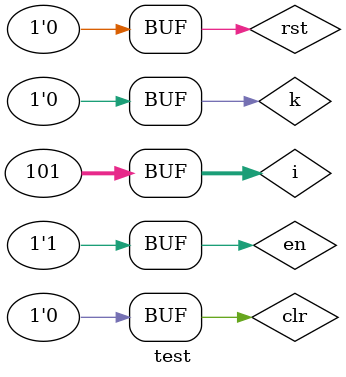
<source format=v>
`timescale 1ns / 1ps


module test();
    reg en;
    reg k;
    reg rst;
    reg clr;
    wire lok;
    wire [7:0]an;
    wire [6:0]seg;
    integer i;
    lab8_2 DUT9(.enable(en),.clk_in1(k),.reset(rst),.clear(clr),.locked(lok),.AN(an),.seg(seg));
    initial
    begin
        rst=0;
        en=1;
        clr=0;
        for(i=0;i<=100;i=i+1)
        begin
        if(k==10) clr=1;
        if(k==11) clr=0;
            #10 k=1;
            #10 k=0;
        end
        
        
    end
endmodule

</source>
